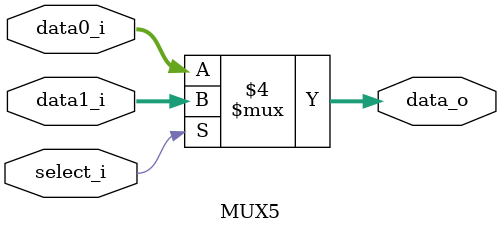
<source format=v>
module MUX5
(
	data0_i,
	data1_i,
	select_i,
	data_o
);

/* Ports */
input		[4:0]	data0_i, data1_i;
input				select_i;
output	reg	[4:0]	data_o;

/* Multiplexer */
always @(*) begin
	if (select_i == 1'b1)
		data_o <= data1_i;
	else
		data_o <= data0_i;
end

endmodule

</source>
